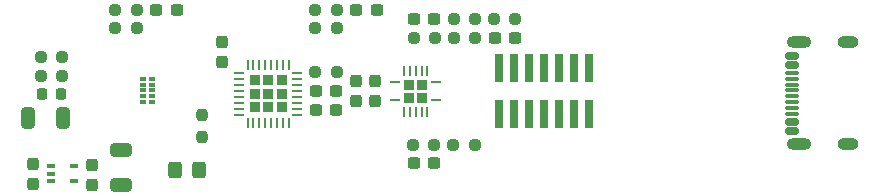
<source format=gbr>
%TF.GenerationSoftware,KiCad,Pcbnew,9.0.2*%
%TF.CreationDate,2025-07-12T05:54:42+02:00*%
%TF.ProjectId,synthmate_L432,73796e74-686d-4617-9465-5f4c3433322e,rev?*%
%TF.SameCoordinates,Original*%
%TF.FileFunction,Paste,Top*%
%TF.FilePolarity,Positive*%
%FSLAX46Y46*%
G04 Gerber Fmt 4.6, Leading zero omitted, Abs format (unit mm)*
G04 Created by KiCad (PCBNEW 9.0.2) date 2025-07-12 05:54:42*
%MOMM*%
%LPD*%
G01*
G04 APERTURE LIST*
G04 Aperture macros list*
%AMRoundRect*
0 Rectangle with rounded corners*
0 $1 Rounding radius*
0 $2 $3 $4 $5 $6 $7 $8 $9 X,Y pos of 4 corners*
0 Add a 4 corners polygon primitive as box body*
4,1,4,$2,$3,$4,$5,$6,$7,$8,$9,$2,$3,0*
0 Add four circle primitives for the rounded corners*
1,1,$1+$1,$2,$3*
1,1,$1+$1,$4,$5*
1,1,$1+$1,$6,$7*
1,1,$1+$1,$8,$9*
0 Add four rect primitives between the rounded corners*
20,1,$1+$1,$2,$3,$4,$5,0*
20,1,$1+$1,$4,$5,$6,$7,0*
20,1,$1+$1,$6,$7,$8,$9,0*
20,1,$1+$1,$8,$9,$2,$3,0*%
G04 Aperture macros list end*
%ADD10RoundRect,0.075000X-0.200000X0.075000X-0.200000X-0.075000X0.200000X-0.075000X0.200000X0.075000X0*%
%ADD11R,0.820000X0.820000*%
%ADD12R,0.850000X0.280000*%
%ADD13R,0.280000X0.850000*%
%ADD14RoundRect,0.237500X-0.237500X0.300000X-0.237500X-0.300000X0.237500X-0.300000X0.237500X0.300000X0*%
%ADD15RoundRect,0.237500X-0.250000X-0.237500X0.250000X-0.237500X0.250000X0.237500X-0.250000X0.237500X0*%
%ADD16RoundRect,0.218750X0.218750X0.256250X-0.218750X0.256250X-0.218750X-0.256250X0.218750X-0.256250X0*%
%ADD17RoundRect,0.237500X-0.300000X-0.237500X0.300000X-0.237500X0.300000X0.237500X-0.300000X0.237500X0*%
%ADD18RoundRect,0.100000X-0.225000X-0.100000X0.225000X-0.100000X0.225000X0.100000X-0.225000X0.100000X0*%
%ADD19RoundRect,0.237500X0.250000X0.237500X-0.250000X0.237500X-0.250000X-0.237500X0.250000X-0.237500X0*%
%ADD20RoundRect,0.237500X0.237500X-0.300000X0.237500X0.300000X-0.237500X0.300000X-0.237500X-0.300000X0*%
%ADD21R,0.740000X2.400000*%
%ADD22RoundRect,0.237500X-0.237500X0.250000X-0.237500X-0.250000X0.237500X-0.250000X0.237500X0.250000X0*%
%ADD23RoundRect,0.250000X-0.325000X-0.450000X0.325000X-0.450000X0.325000X0.450000X-0.325000X0.450000X0*%
%ADD24RoundRect,0.250000X0.325000X0.650000X-0.325000X0.650000X-0.325000X-0.650000X0.325000X-0.650000X0*%
%ADD25RoundRect,0.150000X0.425000X-0.150000X0.425000X0.150000X-0.425000X0.150000X-0.425000X-0.150000X0*%
%ADD26RoundRect,0.075000X0.500000X-0.075000X0.500000X0.075000X-0.500000X0.075000X-0.500000X-0.075000X0*%
%ADD27O,2.100000X1.000000*%
%ADD28O,1.800000X1.000000*%
%ADD29RoundRect,0.232500X0.232500X0.232500X-0.232500X0.232500X-0.232500X-0.232500X0.232500X-0.232500X0*%
%ADD30RoundRect,0.062500X0.375000X0.062500X-0.375000X0.062500X-0.375000X-0.062500X0.375000X-0.062500X0*%
%ADD31RoundRect,0.062500X0.062500X0.375000X-0.062500X0.375000X-0.062500X-0.375000X0.062500X-0.375000X0*%
%ADD32RoundRect,0.250000X-0.650000X0.325000X-0.650000X-0.325000X0.650000X-0.325000X0.650000X0.325000X0*%
G04 APERTURE END LIST*
D10*
%TO.C,U5*%
X102587500Y-45960000D03*
X102587500Y-46460000D03*
X102587500Y-46960000D03*
X102587500Y-47460000D03*
X102587500Y-47960000D03*
X103357500Y-47960000D03*
X103357500Y-47460000D03*
X103357500Y-46960000D03*
X103357500Y-46460000D03*
X103357500Y-45960000D03*
%TD*%
D11*
%TO.C,U6*%
X125110000Y-47590000D03*
X126230000Y-47590000D03*
X125110000Y-46470000D03*
X126230000Y-46470000D03*
D12*
X123945000Y-47780000D03*
D13*
X124670000Y-48755000D03*
X125170000Y-48755000D03*
X125670000Y-48755000D03*
X126170000Y-48755000D03*
X126670000Y-48755000D03*
D12*
X127395000Y-47780000D03*
X127395000Y-46280000D03*
D13*
X126670000Y-45305000D03*
X126170000Y-45305000D03*
X125670000Y-45305000D03*
X125170000Y-45305000D03*
X124670000Y-45305000D03*
D12*
X123945000Y-46280000D03*
%TD*%
D14*
%TO.C,C13*%
X122200000Y-46137500D03*
X122200000Y-47862500D03*
%TD*%
D15*
%TO.C,R13*%
X117187500Y-41700000D03*
X119012500Y-41700000D03*
%TD*%
D16*
%TO.C,D2*%
X95637500Y-47300000D03*
X94062500Y-47300000D03*
%TD*%
D15*
%TO.C,R6*%
X128887500Y-42500000D03*
X130712500Y-42500000D03*
%TD*%
D17*
%TO.C,C10*%
X132350000Y-42500000D03*
X134075000Y-42500000D03*
%TD*%
D18*
%TO.C,U3*%
X94800000Y-53350000D03*
X94800000Y-54000000D03*
X94800000Y-54650000D03*
X96700000Y-54650000D03*
X96700000Y-53350000D03*
%TD*%
D19*
%TO.C,R11*%
X119012500Y-40150000D03*
X117187500Y-40150000D03*
%TD*%
D17*
%TO.C,C6*%
X125487500Y-53100000D03*
X127212500Y-53100000D03*
%TD*%
%TO.C,C12*%
X117237500Y-48600000D03*
X118962500Y-48600000D03*
%TD*%
D19*
%TO.C,R1*%
X130712500Y-40900000D03*
X128887500Y-40900000D03*
%TD*%
D15*
%TO.C,R3*%
X93937500Y-44150000D03*
X95762500Y-44150000D03*
%TD*%
D19*
%TO.C,R5*%
X119012500Y-45400000D03*
X117187500Y-45400000D03*
%TD*%
D20*
%TO.C,C11*%
X109230000Y-44562500D03*
X109230000Y-42837500D03*
%TD*%
D15*
%TO.C,R14*%
X132287500Y-40900000D03*
X134112500Y-40900000D03*
%TD*%
D17*
%TO.C,C5*%
X117237500Y-47000000D03*
X118962500Y-47000000D03*
%TD*%
D21*
%TO.C,J8*%
X140330000Y-45050000D03*
X140330000Y-48950000D03*
X139060000Y-45050000D03*
X139060000Y-48950000D03*
X137790000Y-45050000D03*
X137790000Y-48950000D03*
X136520000Y-45050000D03*
X136520000Y-48950000D03*
X135250000Y-45050000D03*
X135250000Y-48950000D03*
X133980000Y-45050000D03*
X133980000Y-48950000D03*
X132710000Y-45050000D03*
X132710000Y-48950000D03*
%TD*%
D15*
%TO.C,R8*%
X125437500Y-51550000D03*
X127262500Y-51550000D03*
%TD*%
D22*
%TO.C,R4*%
X107600000Y-49037500D03*
X107600000Y-50862500D03*
%TD*%
D19*
%TO.C,R10*%
X102062500Y-40150000D03*
X100237500Y-40150000D03*
%TD*%
D14*
%TO.C,C2*%
X120600000Y-46137500D03*
X120600000Y-47862500D03*
%TD*%
D23*
%TO.C,D1*%
X105275000Y-53700000D03*
X107325000Y-53700000D03*
%TD*%
D17*
%TO.C,C9*%
X120637500Y-40150000D03*
X122362500Y-40150000D03*
%TD*%
D15*
%TO.C,R7*%
X128837500Y-51550000D03*
X130662500Y-51550000D03*
%TD*%
D14*
%TO.C,C4*%
X98250000Y-53237500D03*
X98250000Y-54962500D03*
%TD*%
D24*
%TO.C,C1*%
X95775000Y-49300000D03*
X92825000Y-49300000D03*
%TD*%
D17*
%TO.C,C8*%
X103700000Y-40150000D03*
X105425000Y-40150000D03*
%TD*%
D15*
%TO.C,R12*%
X100237500Y-41700000D03*
X102062500Y-41700000D03*
%TD*%
D25*
%TO.C,J3*%
X157525000Y-50410000D03*
X157525000Y-49610000D03*
D26*
X157525000Y-48460000D03*
X157525000Y-47460000D03*
X157525000Y-46960000D03*
X157525000Y-45960000D03*
D25*
X157525000Y-44810000D03*
X157525000Y-44010000D03*
X157525000Y-44010000D03*
X157525000Y-44810000D03*
D26*
X157525000Y-45460000D03*
X157525000Y-46460000D03*
X157525000Y-47960000D03*
X157525000Y-48960000D03*
D25*
X157525000Y-49610000D03*
X157525000Y-50410000D03*
D27*
X158100000Y-51530000D03*
D28*
X162280000Y-51530000D03*
D27*
X158100000Y-42890000D03*
D28*
X162280000Y-42890000D03*
%TD*%
D14*
%TO.C,C3*%
X93250000Y-53187500D03*
X93250000Y-54912500D03*
%TD*%
D15*
%TO.C,R2*%
X93937500Y-45700000D03*
X95762500Y-45700000D03*
%TD*%
D29*
%TO.C,U1*%
X114337500Y-48400000D03*
X114337500Y-47250000D03*
X114337500Y-46100000D03*
X113187500Y-48400000D03*
X113187500Y-47250000D03*
X113187500Y-46100000D03*
X112037500Y-48400000D03*
X112037500Y-47250000D03*
X112037500Y-46100000D03*
D30*
X115625000Y-49000000D03*
X115625000Y-48500000D03*
X115625000Y-48000000D03*
X115625000Y-47500000D03*
X115625000Y-47000000D03*
X115625000Y-46500000D03*
X115625000Y-46000000D03*
X115625000Y-45500000D03*
D31*
X114937500Y-44812500D03*
X114437500Y-44812500D03*
X113937500Y-44812500D03*
X113437500Y-44812500D03*
X112937500Y-44812500D03*
X112437500Y-44812500D03*
X111937500Y-44812500D03*
X111437500Y-44812500D03*
D30*
X110750000Y-45500000D03*
X110750000Y-46000000D03*
X110750000Y-46500000D03*
X110750000Y-47000000D03*
X110750000Y-47500000D03*
X110750000Y-48000000D03*
X110750000Y-48500000D03*
X110750000Y-49000000D03*
D31*
X111437500Y-49687500D03*
X111937500Y-49687500D03*
X112437500Y-49687500D03*
X112937500Y-49687500D03*
X113437500Y-49687500D03*
X113937500Y-49687500D03*
X114437500Y-49687500D03*
X114937500Y-49687500D03*
%TD*%
D32*
%TO.C,C14*%
X100750000Y-51975000D03*
X100750000Y-54925000D03*
%TD*%
D15*
%TO.C,R9*%
X125487500Y-42500000D03*
X127312500Y-42500000D03*
%TD*%
D17*
%TO.C,C7*%
X125537500Y-40900000D03*
X127262500Y-40900000D03*
%TD*%
M02*

</source>
